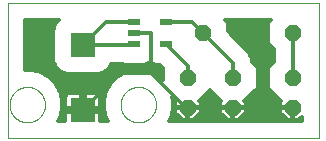
<source format=gtl>
G75*
%MOIN*%
%OFA0B0*%
%FSLAX25Y25*%
%IPPOS*%
%LPD*%
%AMOC8*
5,1,8,0,0,1.08239X$1,22.5*
%
%ADD10C,0.00000*%
%ADD11OC8,0.05200*%
%ADD12R,0.04331X0.02362*%
%ADD13R,0.08268X0.08268*%
%ADD14C,0.01300*%
D10*
X0001650Y0007667D02*
X0001650Y0052627D01*
X0105351Y0052627D01*
X0105351Y0007667D01*
X0001650Y0007667D01*
X0002240Y0018651D02*
X0002242Y0018804D01*
X0002248Y0018958D01*
X0002258Y0019111D01*
X0002272Y0019263D01*
X0002290Y0019416D01*
X0002312Y0019567D01*
X0002337Y0019718D01*
X0002367Y0019869D01*
X0002401Y0020019D01*
X0002438Y0020167D01*
X0002479Y0020315D01*
X0002524Y0020461D01*
X0002573Y0020607D01*
X0002626Y0020751D01*
X0002682Y0020893D01*
X0002742Y0021034D01*
X0002806Y0021174D01*
X0002873Y0021312D01*
X0002944Y0021448D01*
X0003019Y0021582D01*
X0003096Y0021714D01*
X0003178Y0021844D01*
X0003262Y0021972D01*
X0003350Y0022098D01*
X0003441Y0022221D01*
X0003535Y0022342D01*
X0003633Y0022460D01*
X0003733Y0022576D01*
X0003837Y0022689D01*
X0003943Y0022800D01*
X0004052Y0022908D01*
X0004164Y0023013D01*
X0004278Y0023114D01*
X0004396Y0023213D01*
X0004515Y0023309D01*
X0004637Y0023402D01*
X0004762Y0023491D01*
X0004889Y0023578D01*
X0005018Y0023660D01*
X0005149Y0023740D01*
X0005282Y0023816D01*
X0005417Y0023889D01*
X0005554Y0023958D01*
X0005693Y0024023D01*
X0005833Y0024085D01*
X0005975Y0024143D01*
X0006118Y0024198D01*
X0006263Y0024249D01*
X0006409Y0024296D01*
X0006556Y0024339D01*
X0006704Y0024378D01*
X0006853Y0024414D01*
X0007003Y0024445D01*
X0007154Y0024473D01*
X0007305Y0024497D01*
X0007458Y0024517D01*
X0007610Y0024533D01*
X0007763Y0024545D01*
X0007916Y0024553D01*
X0008069Y0024557D01*
X0008223Y0024557D01*
X0008376Y0024553D01*
X0008529Y0024545D01*
X0008682Y0024533D01*
X0008834Y0024517D01*
X0008987Y0024497D01*
X0009138Y0024473D01*
X0009289Y0024445D01*
X0009439Y0024414D01*
X0009588Y0024378D01*
X0009736Y0024339D01*
X0009883Y0024296D01*
X0010029Y0024249D01*
X0010174Y0024198D01*
X0010317Y0024143D01*
X0010459Y0024085D01*
X0010599Y0024023D01*
X0010738Y0023958D01*
X0010875Y0023889D01*
X0011010Y0023816D01*
X0011143Y0023740D01*
X0011274Y0023660D01*
X0011403Y0023578D01*
X0011530Y0023491D01*
X0011655Y0023402D01*
X0011777Y0023309D01*
X0011896Y0023213D01*
X0012014Y0023114D01*
X0012128Y0023013D01*
X0012240Y0022908D01*
X0012349Y0022800D01*
X0012455Y0022689D01*
X0012559Y0022576D01*
X0012659Y0022460D01*
X0012757Y0022342D01*
X0012851Y0022221D01*
X0012942Y0022098D01*
X0013030Y0021972D01*
X0013114Y0021844D01*
X0013196Y0021714D01*
X0013273Y0021582D01*
X0013348Y0021448D01*
X0013419Y0021312D01*
X0013486Y0021174D01*
X0013550Y0021034D01*
X0013610Y0020893D01*
X0013666Y0020751D01*
X0013719Y0020607D01*
X0013768Y0020461D01*
X0013813Y0020315D01*
X0013854Y0020167D01*
X0013891Y0020019D01*
X0013925Y0019869D01*
X0013955Y0019718D01*
X0013980Y0019567D01*
X0014002Y0019416D01*
X0014020Y0019263D01*
X0014034Y0019111D01*
X0014044Y0018958D01*
X0014050Y0018804D01*
X0014052Y0018651D01*
X0014050Y0018498D01*
X0014044Y0018344D01*
X0014034Y0018191D01*
X0014020Y0018039D01*
X0014002Y0017886D01*
X0013980Y0017735D01*
X0013955Y0017584D01*
X0013925Y0017433D01*
X0013891Y0017283D01*
X0013854Y0017135D01*
X0013813Y0016987D01*
X0013768Y0016841D01*
X0013719Y0016695D01*
X0013666Y0016551D01*
X0013610Y0016409D01*
X0013550Y0016268D01*
X0013486Y0016128D01*
X0013419Y0015990D01*
X0013348Y0015854D01*
X0013273Y0015720D01*
X0013196Y0015588D01*
X0013114Y0015458D01*
X0013030Y0015330D01*
X0012942Y0015204D01*
X0012851Y0015081D01*
X0012757Y0014960D01*
X0012659Y0014842D01*
X0012559Y0014726D01*
X0012455Y0014613D01*
X0012349Y0014502D01*
X0012240Y0014394D01*
X0012128Y0014289D01*
X0012014Y0014188D01*
X0011896Y0014089D01*
X0011777Y0013993D01*
X0011655Y0013900D01*
X0011530Y0013811D01*
X0011403Y0013724D01*
X0011274Y0013642D01*
X0011143Y0013562D01*
X0011010Y0013486D01*
X0010875Y0013413D01*
X0010738Y0013344D01*
X0010599Y0013279D01*
X0010459Y0013217D01*
X0010317Y0013159D01*
X0010174Y0013104D01*
X0010029Y0013053D01*
X0009883Y0013006D01*
X0009736Y0012963D01*
X0009588Y0012924D01*
X0009439Y0012888D01*
X0009289Y0012857D01*
X0009138Y0012829D01*
X0008987Y0012805D01*
X0008834Y0012785D01*
X0008682Y0012769D01*
X0008529Y0012757D01*
X0008376Y0012749D01*
X0008223Y0012745D01*
X0008069Y0012745D01*
X0007916Y0012749D01*
X0007763Y0012757D01*
X0007610Y0012769D01*
X0007458Y0012785D01*
X0007305Y0012805D01*
X0007154Y0012829D01*
X0007003Y0012857D01*
X0006853Y0012888D01*
X0006704Y0012924D01*
X0006556Y0012963D01*
X0006409Y0013006D01*
X0006263Y0013053D01*
X0006118Y0013104D01*
X0005975Y0013159D01*
X0005833Y0013217D01*
X0005693Y0013279D01*
X0005554Y0013344D01*
X0005417Y0013413D01*
X0005282Y0013486D01*
X0005149Y0013562D01*
X0005018Y0013642D01*
X0004889Y0013724D01*
X0004762Y0013811D01*
X0004637Y0013900D01*
X0004515Y0013993D01*
X0004396Y0014089D01*
X0004278Y0014188D01*
X0004164Y0014289D01*
X0004052Y0014394D01*
X0003943Y0014502D01*
X0003837Y0014613D01*
X0003733Y0014726D01*
X0003633Y0014842D01*
X0003535Y0014960D01*
X0003441Y0015081D01*
X0003350Y0015204D01*
X0003262Y0015330D01*
X0003178Y0015458D01*
X0003096Y0015588D01*
X0003019Y0015720D01*
X0002944Y0015854D01*
X0002873Y0015990D01*
X0002806Y0016128D01*
X0002742Y0016268D01*
X0002682Y0016409D01*
X0002626Y0016551D01*
X0002573Y0016695D01*
X0002524Y0016841D01*
X0002479Y0016987D01*
X0002438Y0017135D01*
X0002401Y0017283D01*
X0002367Y0017433D01*
X0002337Y0017584D01*
X0002312Y0017735D01*
X0002290Y0017886D01*
X0002272Y0018039D01*
X0002258Y0018191D01*
X0002248Y0018344D01*
X0002242Y0018498D01*
X0002240Y0018651D01*
X0039248Y0018651D02*
X0039250Y0018804D01*
X0039256Y0018958D01*
X0039266Y0019111D01*
X0039280Y0019263D01*
X0039298Y0019416D01*
X0039320Y0019567D01*
X0039345Y0019718D01*
X0039375Y0019869D01*
X0039409Y0020019D01*
X0039446Y0020167D01*
X0039487Y0020315D01*
X0039532Y0020461D01*
X0039581Y0020607D01*
X0039634Y0020751D01*
X0039690Y0020893D01*
X0039750Y0021034D01*
X0039814Y0021174D01*
X0039881Y0021312D01*
X0039952Y0021448D01*
X0040027Y0021582D01*
X0040104Y0021714D01*
X0040186Y0021844D01*
X0040270Y0021972D01*
X0040358Y0022098D01*
X0040449Y0022221D01*
X0040543Y0022342D01*
X0040641Y0022460D01*
X0040741Y0022576D01*
X0040845Y0022689D01*
X0040951Y0022800D01*
X0041060Y0022908D01*
X0041172Y0023013D01*
X0041286Y0023114D01*
X0041404Y0023213D01*
X0041523Y0023309D01*
X0041645Y0023402D01*
X0041770Y0023491D01*
X0041897Y0023578D01*
X0042026Y0023660D01*
X0042157Y0023740D01*
X0042290Y0023816D01*
X0042425Y0023889D01*
X0042562Y0023958D01*
X0042701Y0024023D01*
X0042841Y0024085D01*
X0042983Y0024143D01*
X0043126Y0024198D01*
X0043271Y0024249D01*
X0043417Y0024296D01*
X0043564Y0024339D01*
X0043712Y0024378D01*
X0043861Y0024414D01*
X0044011Y0024445D01*
X0044162Y0024473D01*
X0044313Y0024497D01*
X0044466Y0024517D01*
X0044618Y0024533D01*
X0044771Y0024545D01*
X0044924Y0024553D01*
X0045077Y0024557D01*
X0045231Y0024557D01*
X0045384Y0024553D01*
X0045537Y0024545D01*
X0045690Y0024533D01*
X0045842Y0024517D01*
X0045995Y0024497D01*
X0046146Y0024473D01*
X0046297Y0024445D01*
X0046447Y0024414D01*
X0046596Y0024378D01*
X0046744Y0024339D01*
X0046891Y0024296D01*
X0047037Y0024249D01*
X0047182Y0024198D01*
X0047325Y0024143D01*
X0047467Y0024085D01*
X0047607Y0024023D01*
X0047746Y0023958D01*
X0047883Y0023889D01*
X0048018Y0023816D01*
X0048151Y0023740D01*
X0048282Y0023660D01*
X0048411Y0023578D01*
X0048538Y0023491D01*
X0048663Y0023402D01*
X0048785Y0023309D01*
X0048904Y0023213D01*
X0049022Y0023114D01*
X0049136Y0023013D01*
X0049248Y0022908D01*
X0049357Y0022800D01*
X0049463Y0022689D01*
X0049567Y0022576D01*
X0049667Y0022460D01*
X0049765Y0022342D01*
X0049859Y0022221D01*
X0049950Y0022098D01*
X0050038Y0021972D01*
X0050122Y0021844D01*
X0050204Y0021714D01*
X0050281Y0021582D01*
X0050356Y0021448D01*
X0050427Y0021312D01*
X0050494Y0021174D01*
X0050558Y0021034D01*
X0050618Y0020893D01*
X0050674Y0020751D01*
X0050727Y0020607D01*
X0050776Y0020461D01*
X0050821Y0020315D01*
X0050862Y0020167D01*
X0050899Y0020019D01*
X0050933Y0019869D01*
X0050963Y0019718D01*
X0050988Y0019567D01*
X0051010Y0019416D01*
X0051028Y0019263D01*
X0051042Y0019111D01*
X0051052Y0018958D01*
X0051058Y0018804D01*
X0051060Y0018651D01*
X0051058Y0018498D01*
X0051052Y0018344D01*
X0051042Y0018191D01*
X0051028Y0018039D01*
X0051010Y0017886D01*
X0050988Y0017735D01*
X0050963Y0017584D01*
X0050933Y0017433D01*
X0050899Y0017283D01*
X0050862Y0017135D01*
X0050821Y0016987D01*
X0050776Y0016841D01*
X0050727Y0016695D01*
X0050674Y0016551D01*
X0050618Y0016409D01*
X0050558Y0016268D01*
X0050494Y0016128D01*
X0050427Y0015990D01*
X0050356Y0015854D01*
X0050281Y0015720D01*
X0050204Y0015588D01*
X0050122Y0015458D01*
X0050038Y0015330D01*
X0049950Y0015204D01*
X0049859Y0015081D01*
X0049765Y0014960D01*
X0049667Y0014842D01*
X0049567Y0014726D01*
X0049463Y0014613D01*
X0049357Y0014502D01*
X0049248Y0014394D01*
X0049136Y0014289D01*
X0049022Y0014188D01*
X0048904Y0014089D01*
X0048785Y0013993D01*
X0048663Y0013900D01*
X0048538Y0013811D01*
X0048411Y0013724D01*
X0048282Y0013642D01*
X0048151Y0013562D01*
X0048018Y0013486D01*
X0047883Y0013413D01*
X0047746Y0013344D01*
X0047607Y0013279D01*
X0047467Y0013217D01*
X0047325Y0013159D01*
X0047182Y0013104D01*
X0047037Y0013053D01*
X0046891Y0013006D01*
X0046744Y0012963D01*
X0046596Y0012924D01*
X0046447Y0012888D01*
X0046297Y0012857D01*
X0046146Y0012829D01*
X0045995Y0012805D01*
X0045842Y0012785D01*
X0045690Y0012769D01*
X0045537Y0012757D01*
X0045384Y0012749D01*
X0045231Y0012745D01*
X0045077Y0012745D01*
X0044924Y0012749D01*
X0044771Y0012757D01*
X0044618Y0012769D01*
X0044466Y0012785D01*
X0044313Y0012805D01*
X0044162Y0012829D01*
X0044011Y0012857D01*
X0043861Y0012888D01*
X0043712Y0012924D01*
X0043564Y0012963D01*
X0043417Y0013006D01*
X0043271Y0013053D01*
X0043126Y0013104D01*
X0042983Y0013159D01*
X0042841Y0013217D01*
X0042701Y0013279D01*
X0042562Y0013344D01*
X0042425Y0013413D01*
X0042290Y0013486D01*
X0042157Y0013562D01*
X0042026Y0013642D01*
X0041897Y0013724D01*
X0041770Y0013811D01*
X0041645Y0013900D01*
X0041523Y0013993D01*
X0041404Y0014089D01*
X0041286Y0014188D01*
X0041172Y0014289D01*
X0041060Y0014394D01*
X0040951Y0014502D01*
X0040845Y0014613D01*
X0040741Y0014726D01*
X0040641Y0014842D01*
X0040543Y0014960D01*
X0040449Y0015081D01*
X0040358Y0015204D01*
X0040270Y0015330D01*
X0040186Y0015458D01*
X0040104Y0015588D01*
X0040027Y0015720D01*
X0039952Y0015854D01*
X0039881Y0015990D01*
X0039814Y0016128D01*
X0039750Y0016268D01*
X0039690Y0016409D01*
X0039634Y0016551D01*
X0039581Y0016695D01*
X0039532Y0016841D01*
X0039487Y0016987D01*
X0039446Y0017135D01*
X0039409Y0017283D01*
X0039375Y0017433D01*
X0039345Y0017584D01*
X0039320Y0017735D01*
X0039298Y0017886D01*
X0039280Y0018039D01*
X0039266Y0018191D01*
X0039256Y0018344D01*
X0039250Y0018498D01*
X0039248Y0018651D01*
D11*
X0061650Y0017667D03*
X0076650Y0017667D03*
X0076650Y0027667D03*
X0061650Y0027667D03*
X0066650Y0042667D03*
X0096650Y0042667D03*
X0096650Y0027667D03*
X0096650Y0017667D03*
D12*
X0054445Y0038848D03*
X0043815Y0038848D03*
X0043815Y0042588D03*
X0043815Y0046328D03*
X0054445Y0046328D03*
D13*
X0026650Y0038493D03*
X0026650Y0016840D03*
D14*
X0039017Y0029206D01*
X0049526Y0029206D01*
X0049526Y0042588D01*
X0043815Y0042588D01*
X0043815Y0046328D02*
X0034485Y0046328D01*
X0026650Y0038493D01*
X0043815Y0038493D01*
X0043815Y0038848D01*
X0047105Y0032017D02*
X0049130Y0032856D01*
X0051156Y0032017D01*
X0052367Y0032017D01*
X0053400Y0030983D01*
X0053400Y0026747D01*
X0052249Y0027898D01*
X0049614Y0029419D01*
X0046675Y0030206D01*
X0043633Y0030206D01*
X0040694Y0029419D01*
X0038059Y0027898D01*
X0035907Y0025746D01*
X0034386Y0023111D01*
X0033598Y0020172D01*
X0033598Y0017130D01*
X0034386Y0014191D01*
X0034891Y0013317D01*
X0032434Y0013317D01*
X0032434Y0016190D01*
X0027300Y0016190D01*
X0027300Y0017490D01*
X0026000Y0017490D01*
X0026000Y0022624D01*
X0022299Y0022624D01*
X0021879Y0022511D01*
X0021503Y0022294D01*
X0021196Y0021987D01*
X0020979Y0021611D01*
X0020866Y0021191D01*
X0020866Y0017490D01*
X0026000Y0017490D01*
X0026000Y0016190D01*
X0020866Y0016190D01*
X0020866Y0013317D01*
X0018409Y0013317D01*
X0018914Y0014191D01*
X0019702Y0017130D01*
X0019702Y0020172D01*
X0018914Y0023111D01*
X0017393Y0025746D01*
X0015241Y0027898D01*
X0012606Y0029419D01*
X0009667Y0030206D01*
X0007300Y0030206D01*
X0007300Y0046977D01*
X0018876Y0046977D01*
X0017726Y0045828D01*
X0016866Y0043751D01*
X0016866Y0033236D01*
X0017726Y0031159D01*
X0019316Y0029570D01*
X0021392Y0028710D01*
X0031908Y0028710D01*
X0033984Y0029570D01*
X0035574Y0031159D01*
X0036002Y0032193D01*
X0040099Y0032193D01*
X0040526Y0032017D01*
X0047105Y0032017D01*
X0047881Y0032338D02*
X0050379Y0032338D01*
X0053344Y0031040D02*
X0035454Y0031040D01*
X0034156Y0029741D02*
X0041897Y0029741D01*
X0039003Y0028443D02*
X0014297Y0028443D01*
X0015995Y0027144D02*
X0037305Y0027144D01*
X0036007Y0025846D02*
X0017293Y0025846D01*
X0018085Y0024547D02*
X0035215Y0024547D01*
X0034465Y0023249D02*
X0018835Y0023249D01*
X0019225Y0021950D02*
X0021175Y0021950D01*
X0020866Y0020652D02*
X0019573Y0020652D01*
X0019702Y0019353D02*
X0020866Y0019353D01*
X0020866Y0018055D02*
X0019702Y0018055D01*
X0019602Y0016756D02*
X0026000Y0016756D01*
X0027300Y0016756D02*
X0033698Y0016756D01*
X0032434Y0017490D02*
X0032434Y0021191D01*
X0032321Y0021611D01*
X0032104Y0021987D01*
X0031797Y0022294D01*
X0031421Y0022511D01*
X0031001Y0022624D01*
X0027300Y0022624D01*
X0027300Y0017490D01*
X0032434Y0017490D01*
X0032434Y0018055D02*
X0033598Y0018055D01*
X0033598Y0019353D02*
X0032434Y0019353D01*
X0032434Y0020652D02*
X0033727Y0020652D01*
X0034075Y0021950D02*
X0032125Y0021950D01*
X0027300Y0021950D02*
X0026000Y0021950D01*
X0026000Y0020652D02*
X0027300Y0020652D01*
X0027300Y0019353D02*
X0026000Y0019353D01*
X0026000Y0018055D02*
X0027300Y0018055D01*
X0032434Y0015458D02*
X0034046Y0015458D01*
X0034404Y0014159D02*
X0032434Y0014159D01*
X0020866Y0014159D02*
X0018896Y0014159D01*
X0019254Y0015458D02*
X0020866Y0015458D01*
X0019144Y0029741D02*
X0011403Y0029741D01*
X0007300Y0031040D02*
X0017846Y0031040D01*
X0017238Y0032338D02*
X0007300Y0032338D01*
X0007300Y0033637D02*
X0016866Y0033637D01*
X0016866Y0034935D02*
X0007300Y0034935D01*
X0007300Y0036234D02*
X0016866Y0036234D01*
X0016866Y0037532D02*
X0007300Y0037532D01*
X0007300Y0038831D02*
X0016866Y0038831D01*
X0016866Y0040129D02*
X0007300Y0040129D01*
X0007300Y0041428D02*
X0016866Y0041428D01*
X0016866Y0042726D02*
X0007300Y0042726D01*
X0007300Y0044025D02*
X0016980Y0044025D01*
X0017517Y0045323D02*
X0007300Y0045323D01*
X0007300Y0046622D02*
X0018521Y0046622D01*
X0048411Y0029741D02*
X0053400Y0029741D01*
X0053400Y0028443D02*
X0051305Y0028443D01*
X0049526Y0029206D02*
X0061066Y0017667D01*
X0061650Y0017667D01*
X0076650Y0017667D01*
X0096650Y0017667D01*
X0096500Y0017817D02*
X0096500Y0017517D01*
X0092400Y0017517D01*
X0092400Y0015906D01*
X0094890Y0013417D01*
X0096500Y0013417D01*
X0096500Y0017517D01*
X0096800Y0017517D01*
X0096800Y0013417D01*
X0098410Y0013417D01*
X0099701Y0014707D01*
X0099701Y0013317D01*
X0055417Y0013317D01*
X0055922Y0014191D01*
X0056709Y0017130D01*
X0056709Y0020172D01*
X0056428Y0021221D01*
X0057811Y0019838D01*
X0057400Y0019427D01*
X0057400Y0017817D01*
X0061500Y0017817D01*
X0061500Y0017517D01*
X0057400Y0017517D01*
X0057400Y0015906D01*
X0059890Y0013417D01*
X0061500Y0013417D01*
X0061500Y0017517D01*
X0061800Y0017517D01*
X0061800Y0017817D01*
X0065900Y0017817D01*
X0065900Y0019427D01*
X0065489Y0019838D01*
X0069150Y0023499D01*
X0072811Y0019838D01*
X0072400Y0019427D01*
X0072400Y0017817D01*
X0076500Y0017817D01*
X0076500Y0017517D01*
X0072400Y0017517D01*
X0072400Y0015906D01*
X0074890Y0013417D01*
X0076500Y0013417D01*
X0076500Y0017517D01*
X0076800Y0017517D01*
X0076800Y0017817D01*
X0080900Y0017817D01*
X0080900Y0019427D01*
X0080489Y0019838D01*
X0084900Y0024249D01*
X0084900Y0031084D01*
X0082950Y0033034D01*
X0082950Y0033920D01*
X0081991Y0036235D01*
X0080219Y0038008D01*
X0074900Y0043326D01*
X0074900Y0046084D01*
X0074007Y0046977D01*
X0089293Y0046977D01*
X0088400Y0046084D01*
X0088400Y0039249D01*
X0090350Y0037299D01*
X0090350Y0033034D01*
X0088400Y0031084D01*
X0088400Y0024249D01*
X0092811Y0019838D01*
X0092400Y0019427D01*
X0092400Y0017817D01*
X0096500Y0017817D01*
X0096500Y0016756D02*
X0096800Y0016756D01*
X0096800Y0015458D02*
X0096500Y0015458D01*
X0096500Y0014159D02*
X0096800Y0014159D01*
X0099153Y0014159D02*
X0099701Y0014159D01*
X0094147Y0014159D02*
X0079153Y0014159D01*
X0078410Y0013417D02*
X0080900Y0015906D01*
X0080900Y0017517D01*
X0076800Y0017517D01*
X0076800Y0013417D01*
X0078410Y0013417D01*
X0076800Y0014159D02*
X0076500Y0014159D01*
X0076500Y0015458D02*
X0076800Y0015458D01*
X0074147Y0014159D02*
X0064153Y0014159D01*
X0063410Y0013417D02*
X0065900Y0015906D01*
X0065900Y0017517D01*
X0061800Y0017517D01*
X0061800Y0013417D01*
X0063410Y0013417D01*
X0061800Y0014159D02*
X0061500Y0014159D01*
X0061500Y0015458D02*
X0061800Y0015458D01*
X0059147Y0014159D02*
X0055904Y0014159D01*
X0056261Y0015458D02*
X0057849Y0015458D01*
X0057400Y0016756D02*
X0056609Y0016756D01*
X0056709Y0018055D02*
X0057400Y0018055D01*
X0057400Y0019353D02*
X0056709Y0019353D01*
X0056581Y0020652D02*
X0056998Y0020652D01*
X0061500Y0016756D02*
X0061800Y0016756D01*
X0065451Y0015458D02*
X0072849Y0015458D01*
X0072400Y0016756D02*
X0065900Y0016756D01*
X0065900Y0018055D02*
X0072400Y0018055D01*
X0072400Y0019353D02*
X0065900Y0019353D01*
X0066302Y0020652D02*
X0071998Y0020652D01*
X0070699Y0021950D02*
X0067601Y0021950D01*
X0068899Y0023249D02*
X0069401Y0023249D01*
X0076650Y0027667D02*
X0076650Y0032667D01*
X0066650Y0042667D01*
X0062989Y0046328D01*
X0054445Y0046328D01*
X0054445Y0038848D02*
X0061650Y0031643D01*
X0061650Y0027667D01*
X0053400Y0027144D02*
X0053002Y0027144D01*
X0076500Y0016756D02*
X0076800Y0016756D01*
X0080451Y0015458D02*
X0092849Y0015458D01*
X0092400Y0016756D02*
X0080900Y0016756D01*
X0080900Y0018055D02*
X0092400Y0018055D01*
X0092400Y0019353D02*
X0080900Y0019353D01*
X0081302Y0020652D02*
X0091998Y0020652D01*
X0090699Y0021950D02*
X0082601Y0021950D01*
X0083899Y0023249D02*
X0089401Y0023249D01*
X0088400Y0024547D02*
X0084900Y0024547D01*
X0084900Y0025846D02*
X0088400Y0025846D01*
X0088400Y0027144D02*
X0084900Y0027144D01*
X0084900Y0028443D02*
X0088400Y0028443D01*
X0088400Y0029741D02*
X0084900Y0029741D01*
X0084900Y0031040D02*
X0088400Y0031040D01*
X0089654Y0032338D02*
X0083646Y0032338D01*
X0082950Y0033637D02*
X0090350Y0033637D01*
X0090350Y0034935D02*
X0082529Y0034935D01*
X0081991Y0036234D02*
X0090350Y0036234D01*
X0090117Y0037532D02*
X0080694Y0037532D01*
X0079395Y0038831D02*
X0088818Y0038831D01*
X0088400Y0040129D02*
X0078097Y0040129D01*
X0076798Y0041428D02*
X0088400Y0041428D01*
X0088400Y0042726D02*
X0075500Y0042726D01*
X0074900Y0044025D02*
X0088400Y0044025D01*
X0088400Y0045323D02*
X0074900Y0045323D01*
X0074362Y0046622D02*
X0088938Y0046622D01*
X0096650Y0042667D02*
X0096650Y0027667D01*
M02*

</source>
